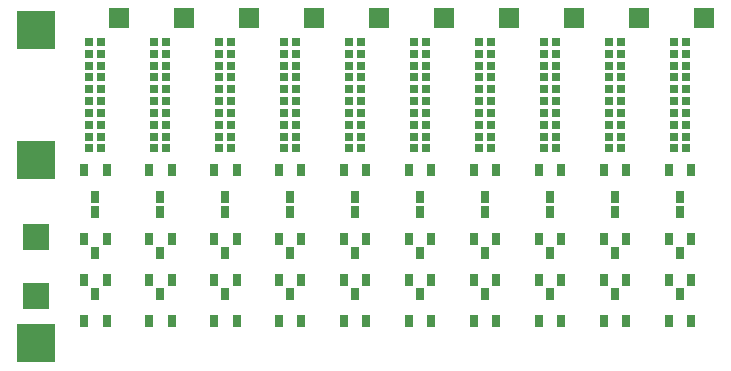
<source format=gts>
G04*
G04 #@! TF.GenerationSoftware,Altium Limited,Altium Designer,18.1.7 (191)*
G04*
G04 Layer_Color=8388736*
%FSLAX44Y44*%
%MOMM*%
G71*
G01*
G75*
%ADD15R,0.7532X1.0032*%
%ADD16R,0.8032X0.8032*%
%ADD17R,2.2032X2.2032*%
%ADD18R,3.2032X3.2032*%
%ADD19R,1.7032X1.7032*%
D15*
X1765000Y1346500D02*
D03*
X1774500Y1323500D02*
D03*
X1755500D02*
D03*
X1765000Y1311500D02*
D03*
X1774500Y1288500D02*
D03*
X1755500D02*
D03*
X1765000Y1393500D02*
D03*
X1755500Y1416500D02*
D03*
X1774500D02*
D03*
X1765000Y1381500D02*
D03*
X1774500Y1358500D02*
D03*
X1755500D02*
D03*
X1710000Y1346500D02*
D03*
X1719500Y1323500D02*
D03*
X1700500D02*
D03*
X1710000Y1311500D02*
D03*
X1719500Y1288500D02*
D03*
X1700500D02*
D03*
X1710000Y1393500D02*
D03*
X1700500Y1416500D02*
D03*
X1719500D02*
D03*
X1710000Y1381500D02*
D03*
X1719500Y1358500D02*
D03*
X1700500D02*
D03*
X1655000Y1346500D02*
D03*
X1664500Y1323500D02*
D03*
X1645500D02*
D03*
X1655000Y1311500D02*
D03*
X1664500Y1288500D02*
D03*
X1645500D02*
D03*
X1655000Y1393500D02*
D03*
X1645500Y1416500D02*
D03*
X1664500D02*
D03*
X1655000Y1381500D02*
D03*
X1664500Y1358500D02*
D03*
X1645500D02*
D03*
X1600000Y1346500D02*
D03*
X1609500Y1323500D02*
D03*
X1590500D02*
D03*
X1600000Y1311500D02*
D03*
X1609500Y1288500D02*
D03*
X1590500D02*
D03*
X1600000Y1393500D02*
D03*
X1590500Y1416500D02*
D03*
X1609500D02*
D03*
X1600000Y1381500D02*
D03*
X1609500Y1358500D02*
D03*
X1590500D02*
D03*
X1545000Y1381500D02*
D03*
X1554500Y1358500D02*
D03*
X1535500D02*
D03*
X1545000Y1393500D02*
D03*
X1535500Y1416500D02*
D03*
X1554500D02*
D03*
X1545000Y1311500D02*
D03*
X1554500Y1288500D02*
D03*
X1535500D02*
D03*
X1545000Y1346500D02*
D03*
X1554500Y1323500D02*
D03*
X1535500D02*
D03*
X1490000Y1393500D02*
D03*
X1480500Y1416500D02*
D03*
X1499500D02*
D03*
X1490000Y1311500D02*
D03*
X1499500Y1288500D02*
D03*
X1480500D02*
D03*
X1490000Y1381500D02*
D03*
X1499500Y1358500D02*
D03*
X1480500D02*
D03*
X1490000Y1346500D02*
D03*
X1499500Y1323500D02*
D03*
X1480500D02*
D03*
X1435000Y1393500D02*
D03*
X1425500Y1416500D02*
D03*
X1444500D02*
D03*
X1435000Y1311500D02*
D03*
X1444500Y1288500D02*
D03*
X1425500D02*
D03*
X1435000Y1381500D02*
D03*
X1444500Y1358500D02*
D03*
X1425500D02*
D03*
X1435000Y1346500D02*
D03*
X1444500Y1323500D02*
D03*
X1425500D02*
D03*
X1380000Y1346500D02*
D03*
X1389500Y1323500D02*
D03*
X1370500D02*
D03*
X1380000Y1381500D02*
D03*
X1389500Y1358500D02*
D03*
X1370500D02*
D03*
X1380000Y1311500D02*
D03*
X1389500Y1288500D02*
D03*
X1370500D02*
D03*
X1380000Y1393500D02*
D03*
X1370500Y1416500D02*
D03*
X1389500D02*
D03*
X1325000Y1346500D02*
D03*
X1334500Y1323500D02*
D03*
X1315500D02*
D03*
X1325000Y1381500D02*
D03*
X1334500Y1358500D02*
D03*
X1315500D02*
D03*
X1325000Y1311500D02*
D03*
X1334500Y1288500D02*
D03*
X1315500D02*
D03*
X1325000Y1393500D02*
D03*
X1315500Y1416500D02*
D03*
X1334500D02*
D03*
X1270000Y1381500D02*
D03*
X1279500Y1358500D02*
D03*
X1260500D02*
D03*
X1270000Y1393500D02*
D03*
X1260500Y1416500D02*
D03*
X1279500D02*
D03*
X1270000Y1346500D02*
D03*
X1279500Y1323500D02*
D03*
X1260500D02*
D03*
X1270000Y1311500D02*
D03*
X1279500Y1288500D02*
D03*
X1260500D02*
D03*
D16*
X1759920Y1525000D02*
D03*
X1770080D02*
D03*
X1759920Y1515000D02*
D03*
X1770080D02*
D03*
X1759920Y1505000D02*
D03*
X1770080D02*
D03*
X1759920Y1495000D02*
D03*
X1770080D02*
D03*
X1759920Y1485000D02*
D03*
X1770080D02*
D03*
X1759920Y1475000D02*
D03*
X1770080D02*
D03*
X1759920Y1465000D02*
D03*
X1770080D02*
D03*
X1759920Y1455000D02*
D03*
X1770080D02*
D03*
X1759920Y1445000D02*
D03*
X1770080D02*
D03*
X1759920Y1435000D02*
D03*
X1770080D02*
D03*
X1704920D02*
D03*
X1715080D02*
D03*
X1704920Y1525000D02*
D03*
X1715080D02*
D03*
X1704920Y1515000D02*
D03*
X1715080D02*
D03*
X1704920Y1505000D02*
D03*
X1715080D02*
D03*
X1704920Y1495000D02*
D03*
X1715080D02*
D03*
X1704920Y1485000D02*
D03*
X1715080D02*
D03*
X1704920Y1475000D02*
D03*
X1715080D02*
D03*
X1704920Y1465000D02*
D03*
X1715080D02*
D03*
X1704920Y1455000D02*
D03*
X1715080D02*
D03*
X1704920Y1445000D02*
D03*
X1715080D02*
D03*
X1649920Y1525000D02*
D03*
X1660080D02*
D03*
X1649920Y1515000D02*
D03*
X1660080D02*
D03*
X1649920Y1505000D02*
D03*
X1660080D02*
D03*
X1649920Y1495000D02*
D03*
X1660080D02*
D03*
X1649920Y1485000D02*
D03*
X1660080D02*
D03*
X1649920Y1475000D02*
D03*
X1660080D02*
D03*
X1649920Y1465000D02*
D03*
X1660080D02*
D03*
X1649920Y1455000D02*
D03*
X1660080D02*
D03*
X1649920Y1445000D02*
D03*
X1660080D02*
D03*
X1649920Y1435000D02*
D03*
X1660080D02*
D03*
X1594920Y1525000D02*
D03*
X1605080D02*
D03*
X1594920Y1515000D02*
D03*
X1605080D02*
D03*
X1594920Y1505000D02*
D03*
X1605080D02*
D03*
X1594920Y1495000D02*
D03*
X1605080D02*
D03*
X1594920Y1485000D02*
D03*
X1605080D02*
D03*
X1594920Y1475000D02*
D03*
X1605080D02*
D03*
X1594920Y1465000D02*
D03*
X1605080D02*
D03*
X1594920Y1455000D02*
D03*
X1605080D02*
D03*
X1594920Y1445000D02*
D03*
X1605080D02*
D03*
X1594920Y1435000D02*
D03*
X1605080D02*
D03*
X1539920D02*
D03*
X1550080D02*
D03*
X1539920Y1445000D02*
D03*
X1550080D02*
D03*
X1539920Y1455000D02*
D03*
X1550080D02*
D03*
X1539920Y1465000D02*
D03*
X1550080D02*
D03*
X1539920Y1475000D02*
D03*
X1550080D02*
D03*
X1539920Y1485000D02*
D03*
X1550080D02*
D03*
X1539920Y1495000D02*
D03*
X1550080D02*
D03*
X1539920Y1505000D02*
D03*
X1550080D02*
D03*
X1539920Y1515000D02*
D03*
X1550080D02*
D03*
X1539920Y1525000D02*
D03*
X1550080D02*
D03*
X1484920D02*
D03*
X1495080D02*
D03*
X1484920Y1515000D02*
D03*
X1495080D02*
D03*
X1484920Y1485000D02*
D03*
X1495080D02*
D03*
X1484920Y1495000D02*
D03*
X1495080D02*
D03*
X1484920Y1505000D02*
D03*
X1495080D02*
D03*
X1484920Y1435000D02*
D03*
X1495080D02*
D03*
X1484920Y1475000D02*
D03*
X1495080D02*
D03*
X1484920Y1465000D02*
D03*
X1495080D02*
D03*
X1484920Y1455000D02*
D03*
X1495080D02*
D03*
X1484920Y1445000D02*
D03*
X1495080D02*
D03*
X1429920Y1525000D02*
D03*
X1440080D02*
D03*
X1429920Y1515000D02*
D03*
X1440080D02*
D03*
X1429920Y1485000D02*
D03*
X1440080D02*
D03*
X1429920Y1495000D02*
D03*
X1440080D02*
D03*
X1429920Y1505000D02*
D03*
X1440080D02*
D03*
X1429920Y1435000D02*
D03*
X1440080D02*
D03*
X1429920Y1475000D02*
D03*
X1440080D02*
D03*
X1429920Y1465000D02*
D03*
X1440080D02*
D03*
X1429920Y1455000D02*
D03*
X1440080D02*
D03*
X1429920Y1445000D02*
D03*
X1440080D02*
D03*
X1374920D02*
D03*
X1385080D02*
D03*
X1374920Y1455000D02*
D03*
X1385080D02*
D03*
X1374920Y1465000D02*
D03*
X1385080D02*
D03*
X1374920Y1475000D02*
D03*
X1385080D02*
D03*
X1374920Y1435000D02*
D03*
X1385080D02*
D03*
X1374920Y1505000D02*
D03*
X1385080D02*
D03*
X1374920Y1495000D02*
D03*
X1385080D02*
D03*
X1374920Y1485000D02*
D03*
X1385080D02*
D03*
X1374920Y1515000D02*
D03*
X1385080D02*
D03*
X1374920Y1525000D02*
D03*
X1385080D02*
D03*
X1319920D02*
D03*
X1330080D02*
D03*
X1319920Y1445000D02*
D03*
X1330080D02*
D03*
X1319920Y1455000D02*
D03*
X1330080D02*
D03*
X1319920Y1465000D02*
D03*
X1330080D02*
D03*
X1319920Y1475000D02*
D03*
X1330080D02*
D03*
X1319920Y1435000D02*
D03*
X1330080D02*
D03*
X1319920Y1505000D02*
D03*
X1330080D02*
D03*
X1319920Y1495000D02*
D03*
X1330080D02*
D03*
X1319920Y1485000D02*
D03*
X1330080D02*
D03*
X1319920Y1515000D02*
D03*
X1330080D02*
D03*
X1264920D02*
D03*
X1275080D02*
D03*
X1264920Y1525000D02*
D03*
X1275080D02*
D03*
X1264920Y1435000D02*
D03*
X1275080D02*
D03*
X1264920Y1445000D02*
D03*
X1275080D02*
D03*
X1264920Y1455000D02*
D03*
X1275080D02*
D03*
X1264920Y1465000D02*
D03*
X1275080D02*
D03*
X1264920Y1475000D02*
D03*
X1275080D02*
D03*
X1264920Y1485000D02*
D03*
X1275080D02*
D03*
X1264920Y1495000D02*
D03*
X1275080D02*
D03*
X1264920Y1505000D02*
D03*
X1275080D02*
D03*
D17*
X1220000Y1360000D02*
D03*
Y1310000D02*
D03*
D18*
Y1535000D02*
D03*
Y1425000D02*
D03*
Y1270000D02*
D03*
D19*
X1785000Y1545000D02*
D03*
X1730000D02*
D03*
X1675000D02*
D03*
X1620000D02*
D03*
X1565000D02*
D03*
X1510000D02*
D03*
X1455000D02*
D03*
X1290000D02*
D03*
X1400000D02*
D03*
X1345000D02*
D03*
M02*

</source>
